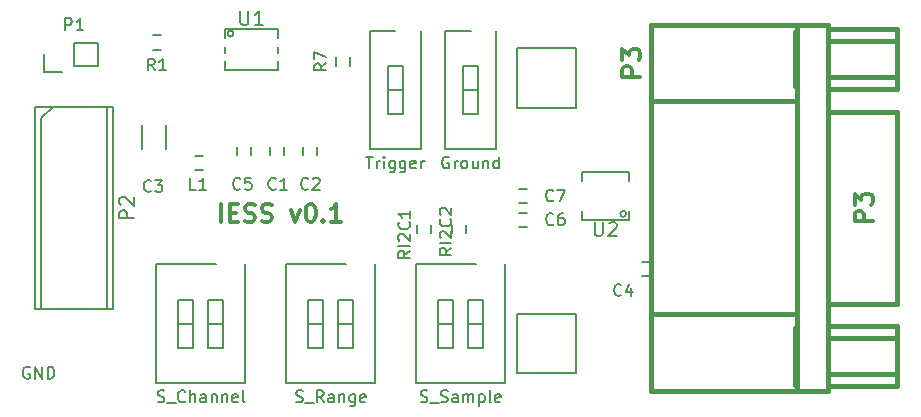
<source format=gbr>
G04 #@! TF.FileFunction,Legend,Top*
%FSLAX46Y46*%
G04 Gerber Fmt 4.6, Leading zero omitted, Abs format (unit mm)*
G04 Created by KiCad (PCBNEW 4.0.4+e1-6308~48~ubuntu14.04.1-stable) date Sun Oct 16 10:35:48 2016*
%MOMM*%
%LPD*%
G01*
G04 APERTURE LIST*
%ADD10C,0.100000*%
%ADD11C,0.300000*%
%ADD12C,0.150000*%
%ADD13C,0.381000*%
%ADD14C,0.304800*%
G04 APERTURE END LIST*
D10*
D11*
X167464287Y-107178571D02*
X167464287Y-105678571D01*
X168178573Y-106392857D02*
X168678573Y-106392857D01*
X168892859Y-107178571D02*
X168178573Y-107178571D01*
X168178573Y-105678571D01*
X168892859Y-105678571D01*
X169464287Y-107107143D02*
X169678573Y-107178571D01*
X170035716Y-107178571D01*
X170178573Y-107107143D01*
X170250002Y-107035714D01*
X170321430Y-106892857D01*
X170321430Y-106750000D01*
X170250002Y-106607143D01*
X170178573Y-106535714D01*
X170035716Y-106464286D01*
X169750002Y-106392857D01*
X169607144Y-106321429D01*
X169535716Y-106250000D01*
X169464287Y-106107143D01*
X169464287Y-105964286D01*
X169535716Y-105821429D01*
X169607144Y-105750000D01*
X169750002Y-105678571D01*
X170107144Y-105678571D01*
X170321430Y-105750000D01*
X170892858Y-107107143D02*
X171107144Y-107178571D01*
X171464287Y-107178571D01*
X171607144Y-107107143D01*
X171678573Y-107035714D01*
X171750001Y-106892857D01*
X171750001Y-106750000D01*
X171678573Y-106607143D01*
X171607144Y-106535714D01*
X171464287Y-106464286D01*
X171178573Y-106392857D01*
X171035715Y-106321429D01*
X170964287Y-106250000D01*
X170892858Y-106107143D01*
X170892858Y-105964286D01*
X170964287Y-105821429D01*
X171035715Y-105750000D01*
X171178573Y-105678571D01*
X171535715Y-105678571D01*
X171750001Y-105750000D01*
X173392858Y-106178571D02*
X173750001Y-107178571D01*
X174107143Y-106178571D01*
X174964286Y-105678571D02*
X175107143Y-105678571D01*
X175250000Y-105750000D01*
X175321429Y-105821429D01*
X175392858Y-105964286D01*
X175464286Y-106250000D01*
X175464286Y-106607143D01*
X175392858Y-106892857D01*
X175321429Y-107035714D01*
X175250000Y-107107143D01*
X175107143Y-107178571D01*
X174964286Y-107178571D01*
X174821429Y-107107143D01*
X174750000Y-107035714D01*
X174678572Y-106892857D01*
X174607143Y-106607143D01*
X174607143Y-106250000D01*
X174678572Y-105964286D01*
X174750000Y-105821429D01*
X174821429Y-105750000D01*
X174964286Y-105678571D01*
X176107143Y-107035714D02*
X176178571Y-107107143D01*
X176107143Y-107178571D01*
X176035714Y-107107143D01*
X176107143Y-107035714D01*
X176107143Y-107178571D01*
X177607143Y-107178571D02*
X176750000Y-107178571D01*
X177178572Y-107178571D02*
X177178572Y-105678571D01*
X177035715Y-105892857D01*
X176892857Y-106035714D01*
X176750000Y-106107143D01*
D12*
X171600000Y-101550000D02*
X171600000Y-100850000D01*
X172800000Y-100850000D02*
X172800000Y-101550000D01*
X174400000Y-101550000D02*
X174400000Y-100850000D01*
X175600000Y-100850000D02*
X175600000Y-101550000D01*
X203750000Y-111800000D02*
X203050000Y-111800000D01*
X203050000Y-110600000D02*
X203750000Y-110600000D01*
X168800000Y-101550000D02*
X168800000Y-100850000D01*
X170000000Y-100850000D02*
X170000000Y-101550000D01*
X193350000Y-107600000D02*
X192650000Y-107600000D01*
X192650000Y-106400000D02*
X193350000Y-106400000D01*
X193350000Y-105600000D02*
X192650000Y-105600000D01*
X192650000Y-104400000D02*
X193350000Y-104400000D01*
X165250000Y-101600000D02*
X165950000Y-101600000D01*
X165950000Y-102800000D02*
X165250000Y-102800000D01*
X155000000Y-94000000D02*
X155000000Y-92000000D01*
X155000000Y-92000000D02*
X157000000Y-92000000D01*
X157000000Y-92000000D02*
X157000000Y-94000000D01*
X157000000Y-94000000D02*
X155000000Y-94000000D01*
X154000000Y-94500000D02*
X152500000Y-94500000D01*
X152500000Y-94500000D02*
X152500000Y-93000000D01*
X152230000Y-98415000D02*
X153230000Y-97415000D01*
X153230000Y-97415000D02*
X157770000Y-97415000D01*
X157770000Y-97415000D02*
X157770000Y-114585000D01*
X157770000Y-114585000D02*
X152230000Y-114585000D01*
X152230000Y-114585000D02*
X152230000Y-98415000D01*
X158270000Y-97415000D02*
X158270000Y-114585000D01*
X158270000Y-114585000D02*
X151730000Y-114585000D01*
X151730000Y-114585000D02*
X151730000Y-97415000D01*
X151730000Y-97415000D02*
X158270000Y-97415000D01*
X162350000Y-92600000D02*
X161650000Y-92600000D01*
X161650000Y-91400000D02*
X162350000Y-91400000D01*
X177200000Y-93950000D02*
X177200000Y-93250000D01*
X178400000Y-93250000D02*
X178400000Y-93950000D01*
X185200000Y-107450000D02*
X185200000Y-108150000D01*
X184000000Y-108150000D02*
X184000000Y-107450000D01*
X188200000Y-107450000D02*
X188200000Y-108150000D01*
X187000000Y-108150000D02*
X187000000Y-107450000D01*
X190750000Y-101030000D02*
X186450000Y-101030000D01*
X188600000Y-90990000D02*
X186450000Y-90990000D01*
X190750000Y-101030000D02*
X190750000Y-90990000D01*
X186450000Y-101030000D02*
X186450000Y-90990000D01*
X189240000Y-96010000D02*
X187960000Y-96010000D01*
X189240000Y-98040000D02*
X189240000Y-93980000D01*
X189240000Y-93980000D02*
X187960000Y-93980000D01*
X187960000Y-93980000D02*
X187960000Y-98040000D01*
X187960000Y-98040000D02*
X189240000Y-98040000D01*
X184350000Y-101030000D02*
X180050000Y-101030000D01*
X182200000Y-90990000D02*
X180050000Y-90990000D01*
X184350000Y-101030000D02*
X184350000Y-90990000D01*
X180050000Y-101030000D02*
X180050000Y-90990000D01*
X182840000Y-96010000D02*
X181560000Y-96010000D01*
X182840000Y-98040000D02*
X182840000Y-93980000D01*
X182840000Y-93980000D02*
X181560000Y-93980000D01*
X181560000Y-93980000D02*
X181560000Y-98040000D01*
X181560000Y-98040000D02*
X182840000Y-98040000D01*
X168500000Y-91250000D02*
G75*
G03X168500000Y-91250000I-250000J0D01*
G01*
X172250000Y-92850000D02*
X172250000Y-92350000D01*
X167750000Y-93600000D02*
X167750000Y-94100000D01*
X167750000Y-94100000D02*
X167750000Y-94350000D01*
X167750000Y-94350000D02*
X172250000Y-94350000D01*
X172250000Y-94350000D02*
X172250000Y-93600000D01*
X167750000Y-92350000D02*
X167750000Y-92850000D01*
X172250000Y-91600000D02*
X172250000Y-90850000D01*
X172250000Y-90850000D02*
X167750000Y-90850000D01*
X167750000Y-90850000D02*
X167750000Y-91600000D01*
X202000000Y-103000000D02*
X198000000Y-103000000D01*
X198000000Y-103000000D02*
X198000000Y-103250000D01*
X202000000Y-103000000D02*
X202000000Y-103250000D01*
X201750000Y-106500000D02*
G75*
G03X201750000Y-106500000I-250000J0D01*
G01*
X202000000Y-106250000D02*
X202000000Y-107000000D01*
X202000000Y-107000000D02*
X198000000Y-107000000D01*
X198000000Y-107000000D02*
X198000000Y-106750000D01*
X198000000Y-103750000D02*
X198000000Y-103250000D01*
X202000000Y-103250000D02*
X202000000Y-103750000D01*
X198000000Y-106750000D02*
X198000000Y-106250000D01*
X192500640Y-115000640D02*
X197499360Y-115000640D01*
X197499360Y-115000640D02*
X197499360Y-119999360D01*
X197499360Y-119999360D02*
X192500640Y-119999360D01*
X192500640Y-119999360D02*
X192500640Y-115000640D01*
X192500640Y-92500640D02*
X197499360Y-92500640D01*
X197499360Y-92500640D02*
X197499360Y-97499360D01*
X197499360Y-97499360D02*
X192500640Y-97499360D01*
X192500640Y-97499360D02*
X192500640Y-92500640D01*
X167640000Y-117840000D02*
X167640000Y-113780000D01*
X167640000Y-115810000D02*
X166360000Y-115810000D01*
X167640000Y-113780000D02*
X166360000Y-113780000D01*
X166360000Y-113780000D02*
X166360000Y-117840000D01*
X166360000Y-117840000D02*
X167640000Y-117840000D01*
X165100000Y-117840000D02*
X165100000Y-113780000D01*
X165100000Y-115810000D02*
X163820000Y-115810000D01*
X165100000Y-113780000D02*
X163820000Y-113780000D01*
X163820000Y-113780000D02*
X163820000Y-117840000D01*
X163820000Y-117840000D02*
X165100000Y-117840000D01*
X169480000Y-110790000D02*
X169480000Y-120830000D01*
X169480000Y-120830000D02*
X161980000Y-120830000D01*
X161980000Y-120830000D02*
X161980000Y-110790000D01*
X161980000Y-110790000D02*
X167000000Y-110790000D01*
X178640000Y-117840000D02*
X178640000Y-113780000D01*
X178640000Y-115810000D02*
X177360000Y-115810000D01*
X178640000Y-113780000D02*
X177360000Y-113780000D01*
X177360000Y-113780000D02*
X177360000Y-117840000D01*
X177360000Y-117840000D02*
X178640000Y-117840000D01*
X176100000Y-117840000D02*
X176100000Y-113780000D01*
X176100000Y-115810000D02*
X174820000Y-115810000D01*
X176100000Y-113780000D02*
X174820000Y-113780000D01*
X174820000Y-113780000D02*
X174820000Y-117840000D01*
X174820000Y-117840000D02*
X176100000Y-117840000D01*
X180480000Y-110790000D02*
X180480000Y-120830000D01*
X180480000Y-120830000D02*
X172980000Y-120830000D01*
X172980000Y-120830000D02*
X172980000Y-110790000D01*
X172980000Y-110790000D02*
X178000000Y-110790000D01*
X189640000Y-117840000D02*
X189640000Y-113780000D01*
X189640000Y-115810000D02*
X188360000Y-115810000D01*
X189640000Y-113780000D02*
X188360000Y-113780000D01*
X188360000Y-113780000D02*
X188360000Y-117840000D01*
X188360000Y-117840000D02*
X189640000Y-117840000D01*
X187100000Y-117840000D02*
X187100000Y-113780000D01*
X187100000Y-115810000D02*
X185820000Y-115810000D01*
X187100000Y-113780000D02*
X185820000Y-113780000D01*
X185820000Y-113780000D02*
X185820000Y-117840000D01*
X185820000Y-117840000D02*
X187100000Y-117840000D01*
X191480000Y-110790000D02*
X191480000Y-120830000D01*
X191480000Y-120830000D02*
X183980000Y-120830000D01*
X183980000Y-120830000D02*
X183980000Y-110790000D01*
X183980000Y-110790000D02*
X189000000Y-110790000D01*
D13*
X216078000Y-95713000D02*
X216078000Y-91141000D01*
X216078000Y-120986000D02*
X216078000Y-116160000D01*
X216205000Y-96983000D02*
X203886000Y-96983000D01*
X216205000Y-115017000D02*
X203886000Y-115017000D01*
X216205000Y-121494000D02*
X216205000Y-90506000D01*
X218872000Y-117049000D02*
X224714000Y-117049000D01*
X218872000Y-120097000D02*
X224714000Y-120097000D01*
X218872000Y-91903000D02*
X224714000Y-91903000D01*
X218872000Y-94951000D02*
X224714000Y-94951000D01*
X218872000Y-95967000D02*
X224714000Y-95967000D01*
X224714000Y-95967000D02*
X224714000Y-90887000D01*
X224714000Y-90887000D02*
X218999000Y-90887000D01*
X218872000Y-121113000D02*
X224714000Y-121113000D01*
X224714000Y-121113000D02*
X224714000Y-116033000D01*
X224714000Y-116033000D02*
X218999000Y-116033000D01*
X218872000Y-114128000D02*
X224714000Y-114128000D01*
X224714000Y-114128000D02*
X224714000Y-97872000D01*
X224714000Y-97872000D02*
X218872000Y-97872000D01*
X218872000Y-121494000D02*
X218872000Y-90506000D01*
X218872000Y-90506000D02*
X203886000Y-90506000D01*
X203886000Y-90506000D02*
X203886000Y-121494000D01*
X203886000Y-121494000D02*
X218872000Y-121494000D01*
D12*
X160775000Y-99000000D02*
X160775000Y-101000000D01*
X162825000Y-101000000D02*
X162825000Y-99000000D01*
X172083334Y-104357143D02*
X172035715Y-104404762D01*
X171892858Y-104452381D01*
X171797620Y-104452381D01*
X171654762Y-104404762D01*
X171559524Y-104309524D01*
X171511905Y-104214286D01*
X171464286Y-104023810D01*
X171464286Y-103880952D01*
X171511905Y-103690476D01*
X171559524Y-103595238D01*
X171654762Y-103500000D01*
X171797620Y-103452381D01*
X171892858Y-103452381D01*
X172035715Y-103500000D01*
X172083334Y-103547619D01*
X173035715Y-104452381D02*
X172464286Y-104452381D01*
X172750000Y-104452381D02*
X172750000Y-103452381D01*
X172654762Y-103595238D01*
X172559524Y-103690476D01*
X172464286Y-103738095D01*
X174833334Y-104357143D02*
X174785715Y-104404762D01*
X174642858Y-104452381D01*
X174547620Y-104452381D01*
X174404762Y-104404762D01*
X174309524Y-104309524D01*
X174261905Y-104214286D01*
X174214286Y-104023810D01*
X174214286Y-103880952D01*
X174261905Y-103690476D01*
X174309524Y-103595238D01*
X174404762Y-103500000D01*
X174547620Y-103452381D01*
X174642858Y-103452381D01*
X174785715Y-103500000D01*
X174833334Y-103547619D01*
X175214286Y-103547619D02*
X175261905Y-103500000D01*
X175357143Y-103452381D01*
X175595239Y-103452381D01*
X175690477Y-103500000D01*
X175738096Y-103547619D01*
X175785715Y-103642857D01*
X175785715Y-103738095D01*
X175738096Y-103880952D01*
X175166667Y-104452381D01*
X175785715Y-104452381D01*
X201333334Y-113357143D02*
X201285715Y-113404762D01*
X201142858Y-113452381D01*
X201047620Y-113452381D01*
X200904762Y-113404762D01*
X200809524Y-113309524D01*
X200761905Y-113214286D01*
X200714286Y-113023810D01*
X200714286Y-112880952D01*
X200761905Y-112690476D01*
X200809524Y-112595238D01*
X200904762Y-112500000D01*
X201047620Y-112452381D01*
X201142858Y-112452381D01*
X201285715Y-112500000D01*
X201333334Y-112547619D01*
X202190477Y-112785714D02*
X202190477Y-113452381D01*
X201952381Y-112404762D02*
X201714286Y-113119048D01*
X202333334Y-113119048D01*
X169083334Y-104357143D02*
X169035715Y-104404762D01*
X168892858Y-104452381D01*
X168797620Y-104452381D01*
X168654762Y-104404762D01*
X168559524Y-104309524D01*
X168511905Y-104214286D01*
X168464286Y-104023810D01*
X168464286Y-103880952D01*
X168511905Y-103690476D01*
X168559524Y-103595238D01*
X168654762Y-103500000D01*
X168797620Y-103452381D01*
X168892858Y-103452381D01*
X169035715Y-103500000D01*
X169083334Y-103547619D01*
X169988096Y-103452381D02*
X169511905Y-103452381D01*
X169464286Y-103928571D01*
X169511905Y-103880952D01*
X169607143Y-103833333D01*
X169845239Y-103833333D01*
X169940477Y-103880952D01*
X169988096Y-103928571D01*
X170035715Y-104023810D01*
X170035715Y-104261905D01*
X169988096Y-104357143D01*
X169940477Y-104404762D01*
X169845239Y-104452381D01*
X169607143Y-104452381D01*
X169511905Y-104404762D01*
X169464286Y-104357143D01*
X195583334Y-107357143D02*
X195535715Y-107404762D01*
X195392858Y-107452381D01*
X195297620Y-107452381D01*
X195154762Y-107404762D01*
X195059524Y-107309524D01*
X195011905Y-107214286D01*
X194964286Y-107023810D01*
X194964286Y-106880952D01*
X195011905Y-106690476D01*
X195059524Y-106595238D01*
X195154762Y-106500000D01*
X195297620Y-106452381D01*
X195392858Y-106452381D01*
X195535715Y-106500000D01*
X195583334Y-106547619D01*
X196440477Y-106452381D02*
X196250000Y-106452381D01*
X196154762Y-106500000D01*
X196107143Y-106547619D01*
X196011905Y-106690476D01*
X195964286Y-106880952D01*
X195964286Y-107261905D01*
X196011905Y-107357143D01*
X196059524Y-107404762D01*
X196154762Y-107452381D01*
X196345239Y-107452381D01*
X196440477Y-107404762D01*
X196488096Y-107357143D01*
X196535715Y-107261905D01*
X196535715Y-107023810D01*
X196488096Y-106928571D01*
X196440477Y-106880952D01*
X196345239Y-106833333D01*
X196154762Y-106833333D01*
X196059524Y-106880952D01*
X196011905Y-106928571D01*
X195964286Y-107023810D01*
X195583334Y-105357143D02*
X195535715Y-105404762D01*
X195392858Y-105452381D01*
X195297620Y-105452381D01*
X195154762Y-105404762D01*
X195059524Y-105309524D01*
X195011905Y-105214286D01*
X194964286Y-105023810D01*
X194964286Y-104880952D01*
X195011905Y-104690476D01*
X195059524Y-104595238D01*
X195154762Y-104500000D01*
X195297620Y-104452381D01*
X195392858Y-104452381D01*
X195535715Y-104500000D01*
X195583334Y-104547619D01*
X195916667Y-104452381D02*
X196583334Y-104452381D01*
X196154762Y-105452381D01*
X165333334Y-104452381D02*
X164857143Y-104452381D01*
X164857143Y-103452381D01*
X166190477Y-104452381D02*
X165619048Y-104452381D01*
X165904762Y-104452381D02*
X165904762Y-103452381D01*
X165809524Y-103595238D01*
X165714286Y-103690476D01*
X165619048Y-103738095D01*
X154261905Y-90952381D02*
X154261905Y-89952381D01*
X154642858Y-89952381D01*
X154738096Y-90000000D01*
X154785715Y-90047619D01*
X154833334Y-90142857D01*
X154833334Y-90285714D01*
X154785715Y-90380952D01*
X154738096Y-90428571D01*
X154642858Y-90476190D01*
X154261905Y-90476190D01*
X155785715Y-90952381D02*
X155214286Y-90952381D01*
X155500000Y-90952381D02*
X155500000Y-89952381D01*
X155404762Y-90095238D01*
X155309524Y-90190476D01*
X155214286Y-90238095D01*
X160042857Y-106885714D02*
X158842857Y-106885714D01*
X158842857Y-106428571D01*
X158900000Y-106314285D01*
X158957143Y-106257142D01*
X159071429Y-106199999D01*
X159242857Y-106199999D01*
X159357143Y-106257142D01*
X159414286Y-106314285D01*
X159471429Y-106428571D01*
X159471429Y-106885714D01*
X158957143Y-105742857D02*
X158900000Y-105685714D01*
X158842857Y-105571428D01*
X158842857Y-105285714D01*
X158900000Y-105171428D01*
X158957143Y-105114285D01*
X159071429Y-105057142D01*
X159185714Y-105057142D01*
X159357143Y-105114285D01*
X160042857Y-105799999D01*
X160042857Y-105057142D01*
X161833334Y-94352381D02*
X161500000Y-93876190D01*
X161261905Y-94352381D02*
X161261905Y-93352381D01*
X161642858Y-93352381D01*
X161738096Y-93400000D01*
X161785715Y-93447619D01*
X161833334Y-93542857D01*
X161833334Y-93685714D01*
X161785715Y-93780952D01*
X161738096Y-93828571D01*
X161642858Y-93876190D01*
X161261905Y-93876190D01*
X162785715Y-94352381D02*
X162214286Y-94352381D01*
X162500000Y-94352381D02*
X162500000Y-93352381D01*
X162404762Y-93495238D01*
X162309524Y-93590476D01*
X162214286Y-93638095D01*
X176352381Y-93766666D02*
X175876190Y-94100000D01*
X176352381Y-94338095D02*
X175352381Y-94338095D01*
X175352381Y-93957142D01*
X175400000Y-93861904D01*
X175447619Y-93814285D01*
X175542857Y-93766666D01*
X175685714Y-93766666D01*
X175780952Y-93814285D01*
X175828571Y-93861904D01*
X175876190Y-93957142D01*
X175876190Y-94338095D01*
X175352381Y-93433333D02*
X175352381Y-92766666D01*
X176352381Y-93195238D01*
X183452381Y-109630952D02*
X182976190Y-109964286D01*
X183452381Y-110202381D02*
X182452381Y-110202381D01*
X182452381Y-109821428D01*
X182500000Y-109726190D01*
X182547619Y-109678571D01*
X182642857Y-109630952D01*
X182785714Y-109630952D01*
X182880952Y-109678571D01*
X182928571Y-109726190D01*
X182976190Y-109821428D01*
X182976190Y-110202381D01*
X183452381Y-109202381D02*
X182452381Y-109202381D01*
X182547619Y-108773810D02*
X182500000Y-108726191D01*
X182452381Y-108630953D01*
X182452381Y-108392857D01*
X182500000Y-108297619D01*
X182547619Y-108250000D01*
X182642857Y-108202381D01*
X182738095Y-108202381D01*
X182880952Y-108250000D01*
X183452381Y-108821429D01*
X183452381Y-108202381D01*
X183357143Y-107202381D02*
X183404762Y-107250000D01*
X183452381Y-107392857D01*
X183452381Y-107488095D01*
X183404762Y-107630953D01*
X183309524Y-107726191D01*
X183214286Y-107773810D01*
X183023810Y-107821429D01*
X182880952Y-107821429D01*
X182690476Y-107773810D01*
X182595238Y-107726191D01*
X182500000Y-107630953D01*
X182452381Y-107488095D01*
X182452381Y-107392857D01*
X182500000Y-107250000D01*
X182547619Y-107202381D01*
X183452381Y-106250000D02*
X183452381Y-106821429D01*
X183452381Y-106535715D02*
X182452381Y-106535715D01*
X182595238Y-106630953D01*
X182690476Y-106726191D01*
X182738095Y-106821429D01*
X186952381Y-109380952D02*
X186476190Y-109714286D01*
X186952381Y-109952381D02*
X185952381Y-109952381D01*
X185952381Y-109571428D01*
X186000000Y-109476190D01*
X186047619Y-109428571D01*
X186142857Y-109380952D01*
X186285714Y-109380952D01*
X186380952Y-109428571D01*
X186428571Y-109476190D01*
X186476190Y-109571428D01*
X186476190Y-109952381D01*
X186952381Y-108952381D02*
X185952381Y-108952381D01*
X186047619Y-108523810D02*
X186000000Y-108476191D01*
X185952381Y-108380953D01*
X185952381Y-108142857D01*
X186000000Y-108047619D01*
X186047619Y-108000000D01*
X186142857Y-107952381D01*
X186238095Y-107952381D01*
X186380952Y-108000000D01*
X186952381Y-108571429D01*
X186952381Y-107952381D01*
X186857143Y-106952381D02*
X186904762Y-107000000D01*
X186952381Y-107142857D01*
X186952381Y-107238095D01*
X186904762Y-107380953D01*
X186809524Y-107476191D01*
X186714286Y-107523810D01*
X186523810Y-107571429D01*
X186380952Y-107571429D01*
X186190476Y-107523810D01*
X186095238Y-107476191D01*
X186000000Y-107380953D01*
X185952381Y-107238095D01*
X185952381Y-107142857D01*
X186000000Y-107000000D01*
X186047619Y-106952381D01*
X186047619Y-106571429D02*
X186000000Y-106523810D01*
X185952381Y-106428572D01*
X185952381Y-106190476D01*
X186000000Y-106095238D01*
X186047619Y-106047619D01*
X186142857Y-106000000D01*
X186238095Y-106000000D01*
X186380952Y-106047619D01*
X186952381Y-106619048D01*
X186952381Y-106000000D01*
X186742857Y-101700000D02*
X186647619Y-101652381D01*
X186504762Y-101652381D01*
X186361904Y-101700000D01*
X186266666Y-101795238D01*
X186219047Y-101890476D01*
X186171428Y-102080952D01*
X186171428Y-102223810D01*
X186219047Y-102414286D01*
X186266666Y-102509524D01*
X186361904Y-102604762D01*
X186504762Y-102652381D01*
X186600000Y-102652381D01*
X186742857Y-102604762D01*
X186790476Y-102557143D01*
X186790476Y-102223810D01*
X186600000Y-102223810D01*
X187219047Y-102652381D02*
X187219047Y-101985714D01*
X187219047Y-102176190D02*
X187266666Y-102080952D01*
X187314285Y-102033333D01*
X187409523Y-101985714D01*
X187504762Y-101985714D01*
X187980952Y-102652381D02*
X187885714Y-102604762D01*
X187838095Y-102557143D01*
X187790476Y-102461905D01*
X187790476Y-102176190D01*
X187838095Y-102080952D01*
X187885714Y-102033333D01*
X187980952Y-101985714D01*
X188123810Y-101985714D01*
X188219048Y-102033333D01*
X188266667Y-102080952D01*
X188314286Y-102176190D01*
X188314286Y-102461905D01*
X188266667Y-102557143D01*
X188219048Y-102604762D01*
X188123810Y-102652381D01*
X187980952Y-102652381D01*
X189171429Y-101985714D02*
X189171429Y-102652381D01*
X188742857Y-101985714D02*
X188742857Y-102509524D01*
X188790476Y-102604762D01*
X188885714Y-102652381D01*
X189028572Y-102652381D01*
X189123810Y-102604762D01*
X189171429Y-102557143D01*
X189647619Y-101985714D02*
X189647619Y-102652381D01*
X189647619Y-102080952D02*
X189695238Y-102033333D01*
X189790476Y-101985714D01*
X189933334Y-101985714D01*
X190028572Y-102033333D01*
X190076191Y-102128571D01*
X190076191Y-102652381D01*
X190980953Y-102652381D02*
X190980953Y-101652381D01*
X190980953Y-102604762D02*
X190885715Y-102652381D01*
X190695238Y-102652381D01*
X190600000Y-102604762D01*
X190552381Y-102557143D01*
X190504762Y-102461905D01*
X190504762Y-102176190D01*
X190552381Y-102080952D01*
X190600000Y-102033333D01*
X190695238Y-101985714D01*
X190885715Y-101985714D01*
X190980953Y-102033333D01*
X179723809Y-101652381D02*
X180295238Y-101652381D01*
X180009523Y-102652381D02*
X180009523Y-101652381D01*
X180628571Y-102652381D02*
X180628571Y-101985714D01*
X180628571Y-102176190D02*
X180676190Y-102080952D01*
X180723809Y-102033333D01*
X180819047Y-101985714D01*
X180914286Y-101985714D01*
X181247619Y-102652381D02*
X181247619Y-101985714D01*
X181247619Y-101652381D02*
X181200000Y-101700000D01*
X181247619Y-101747619D01*
X181295238Y-101700000D01*
X181247619Y-101652381D01*
X181247619Y-101747619D01*
X182152381Y-101985714D02*
X182152381Y-102795238D01*
X182104762Y-102890476D01*
X182057143Y-102938095D01*
X181961904Y-102985714D01*
X181819047Y-102985714D01*
X181723809Y-102938095D01*
X182152381Y-102604762D02*
X182057143Y-102652381D01*
X181866666Y-102652381D01*
X181771428Y-102604762D01*
X181723809Y-102557143D01*
X181676190Y-102461905D01*
X181676190Y-102176190D01*
X181723809Y-102080952D01*
X181771428Y-102033333D01*
X181866666Y-101985714D01*
X182057143Y-101985714D01*
X182152381Y-102033333D01*
X183057143Y-101985714D02*
X183057143Y-102795238D01*
X183009524Y-102890476D01*
X182961905Y-102938095D01*
X182866666Y-102985714D01*
X182723809Y-102985714D01*
X182628571Y-102938095D01*
X183057143Y-102604762D02*
X182961905Y-102652381D01*
X182771428Y-102652381D01*
X182676190Y-102604762D01*
X182628571Y-102557143D01*
X182580952Y-102461905D01*
X182580952Y-102176190D01*
X182628571Y-102080952D01*
X182676190Y-102033333D01*
X182771428Y-101985714D01*
X182961905Y-101985714D01*
X183057143Y-102033333D01*
X183914286Y-102604762D02*
X183819048Y-102652381D01*
X183628571Y-102652381D01*
X183533333Y-102604762D01*
X183485714Y-102509524D01*
X183485714Y-102128571D01*
X183533333Y-102033333D01*
X183628571Y-101985714D01*
X183819048Y-101985714D01*
X183914286Y-102033333D01*
X183961905Y-102128571D01*
X183961905Y-102223810D01*
X183485714Y-102319048D01*
X184390476Y-102652381D02*
X184390476Y-101985714D01*
X184390476Y-102176190D02*
X184438095Y-102080952D01*
X184485714Y-102033333D01*
X184580952Y-101985714D01*
X184676191Y-101985714D01*
X169085714Y-89307857D02*
X169085714Y-90279286D01*
X169142857Y-90393571D01*
X169200000Y-90450714D01*
X169314286Y-90507857D01*
X169542857Y-90507857D01*
X169657143Y-90450714D01*
X169714286Y-90393571D01*
X169771429Y-90279286D01*
X169771429Y-89307857D01*
X170971429Y-90507857D02*
X170285714Y-90507857D01*
X170628572Y-90507857D02*
X170628572Y-89307857D01*
X170514286Y-89479286D01*
X170400000Y-89593571D01*
X170285714Y-89650714D01*
X199085714Y-107177857D02*
X199085714Y-108149286D01*
X199142857Y-108263571D01*
X199200000Y-108320714D01*
X199314286Y-108377857D01*
X199542857Y-108377857D01*
X199657143Y-108320714D01*
X199714286Y-108263571D01*
X199771429Y-108149286D01*
X199771429Y-107177857D01*
X200285714Y-107292143D02*
X200342857Y-107235000D01*
X200457143Y-107177857D01*
X200742857Y-107177857D01*
X200857143Y-107235000D01*
X200914286Y-107292143D01*
X200971429Y-107406429D01*
X200971429Y-107520714D01*
X200914286Y-107692143D01*
X200228572Y-108377857D01*
X200971429Y-108377857D01*
X162083333Y-122404762D02*
X162226190Y-122452381D01*
X162464286Y-122452381D01*
X162559524Y-122404762D01*
X162607143Y-122357143D01*
X162654762Y-122261905D01*
X162654762Y-122166667D01*
X162607143Y-122071429D01*
X162559524Y-122023810D01*
X162464286Y-121976190D01*
X162273809Y-121928571D01*
X162178571Y-121880952D01*
X162130952Y-121833333D01*
X162083333Y-121738095D01*
X162083333Y-121642857D01*
X162130952Y-121547619D01*
X162178571Y-121500000D01*
X162273809Y-121452381D01*
X162511905Y-121452381D01*
X162654762Y-121500000D01*
X162845238Y-122547619D02*
X163607143Y-122547619D01*
X164416667Y-122357143D02*
X164369048Y-122404762D01*
X164226191Y-122452381D01*
X164130953Y-122452381D01*
X163988095Y-122404762D01*
X163892857Y-122309524D01*
X163845238Y-122214286D01*
X163797619Y-122023810D01*
X163797619Y-121880952D01*
X163845238Y-121690476D01*
X163892857Y-121595238D01*
X163988095Y-121500000D01*
X164130953Y-121452381D01*
X164226191Y-121452381D01*
X164369048Y-121500000D01*
X164416667Y-121547619D01*
X164845238Y-122452381D02*
X164845238Y-121452381D01*
X165273810Y-122452381D02*
X165273810Y-121928571D01*
X165226191Y-121833333D01*
X165130953Y-121785714D01*
X164988095Y-121785714D01*
X164892857Y-121833333D01*
X164845238Y-121880952D01*
X166178572Y-122452381D02*
X166178572Y-121928571D01*
X166130953Y-121833333D01*
X166035715Y-121785714D01*
X165845238Y-121785714D01*
X165750000Y-121833333D01*
X166178572Y-122404762D02*
X166083334Y-122452381D01*
X165845238Y-122452381D01*
X165750000Y-122404762D01*
X165702381Y-122309524D01*
X165702381Y-122214286D01*
X165750000Y-122119048D01*
X165845238Y-122071429D01*
X166083334Y-122071429D01*
X166178572Y-122023810D01*
X166654762Y-121785714D02*
X166654762Y-122452381D01*
X166654762Y-121880952D02*
X166702381Y-121833333D01*
X166797619Y-121785714D01*
X166940477Y-121785714D01*
X167035715Y-121833333D01*
X167083334Y-121928571D01*
X167083334Y-122452381D01*
X167559524Y-121785714D02*
X167559524Y-122452381D01*
X167559524Y-121880952D02*
X167607143Y-121833333D01*
X167702381Y-121785714D01*
X167845239Y-121785714D01*
X167940477Y-121833333D01*
X167988096Y-121928571D01*
X167988096Y-122452381D01*
X168845239Y-122404762D02*
X168750001Y-122452381D01*
X168559524Y-122452381D01*
X168464286Y-122404762D01*
X168416667Y-122309524D01*
X168416667Y-121928571D01*
X168464286Y-121833333D01*
X168559524Y-121785714D01*
X168750001Y-121785714D01*
X168845239Y-121833333D01*
X168892858Y-121928571D01*
X168892858Y-122023810D01*
X168416667Y-122119048D01*
X169464286Y-122452381D02*
X169369048Y-122404762D01*
X169321429Y-122309524D01*
X169321429Y-121452381D01*
X173797619Y-122404762D02*
X173940476Y-122452381D01*
X174178572Y-122452381D01*
X174273810Y-122404762D01*
X174321429Y-122357143D01*
X174369048Y-122261905D01*
X174369048Y-122166667D01*
X174321429Y-122071429D01*
X174273810Y-122023810D01*
X174178572Y-121976190D01*
X173988095Y-121928571D01*
X173892857Y-121880952D01*
X173845238Y-121833333D01*
X173797619Y-121738095D01*
X173797619Y-121642857D01*
X173845238Y-121547619D01*
X173892857Y-121500000D01*
X173988095Y-121452381D01*
X174226191Y-121452381D01*
X174369048Y-121500000D01*
X174559524Y-122547619D02*
X175321429Y-122547619D01*
X176130953Y-122452381D02*
X175797619Y-121976190D01*
X175559524Y-122452381D02*
X175559524Y-121452381D01*
X175940477Y-121452381D01*
X176035715Y-121500000D01*
X176083334Y-121547619D01*
X176130953Y-121642857D01*
X176130953Y-121785714D01*
X176083334Y-121880952D01*
X176035715Y-121928571D01*
X175940477Y-121976190D01*
X175559524Y-121976190D01*
X176988096Y-122452381D02*
X176988096Y-121928571D01*
X176940477Y-121833333D01*
X176845239Y-121785714D01*
X176654762Y-121785714D01*
X176559524Y-121833333D01*
X176988096Y-122404762D02*
X176892858Y-122452381D01*
X176654762Y-122452381D01*
X176559524Y-122404762D01*
X176511905Y-122309524D01*
X176511905Y-122214286D01*
X176559524Y-122119048D01*
X176654762Y-122071429D01*
X176892858Y-122071429D01*
X176988096Y-122023810D01*
X177464286Y-121785714D02*
X177464286Y-122452381D01*
X177464286Y-121880952D02*
X177511905Y-121833333D01*
X177607143Y-121785714D01*
X177750001Y-121785714D01*
X177845239Y-121833333D01*
X177892858Y-121928571D01*
X177892858Y-122452381D01*
X178797620Y-121785714D02*
X178797620Y-122595238D01*
X178750001Y-122690476D01*
X178702382Y-122738095D01*
X178607143Y-122785714D01*
X178464286Y-122785714D01*
X178369048Y-122738095D01*
X178797620Y-122404762D02*
X178702382Y-122452381D01*
X178511905Y-122452381D01*
X178416667Y-122404762D01*
X178369048Y-122357143D01*
X178321429Y-122261905D01*
X178321429Y-121976190D01*
X178369048Y-121880952D01*
X178416667Y-121833333D01*
X178511905Y-121785714D01*
X178702382Y-121785714D01*
X178797620Y-121833333D01*
X179654763Y-122404762D02*
X179559525Y-122452381D01*
X179369048Y-122452381D01*
X179273810Y-122404762D01*
X179226191Y-122309524D01*
X179226191Y-121928571D01*
X179273810Y-121833333D01*
X179369048Y-121785714D01*
X179559525Y-121785714D01*
X179654763Y-121833333D01*
X179702382Y-121928571D01*
X179702382Y-122023810D01*
X179226191Y-122119048D01*
X184345238Y-122404762D02*
X184488095Y-122452381D01*
X184726191Y-122452381D01*
X184821429Y-122404762D01*
X184869048Y-122357143D01*
X184916667Y-122261905D01*
X184916667Y-122166667D01*
X184869048Y-122071429D01*
X184821429Y-122023810D01*
X184726191Y-121976190D01*
X184535714Y-121928571D01*
X184440476Y-121880952D01*
X184392857Y-121833333D01*
X184345238Y-121738095D01*
X184345238Y-121642857D01*
X184392857Y-121547619D01*
X184440476Y-121500000D01*
X184535714Y-121452381D01*
X184773810Y-121452381D01*
X184916667Y-121500000D01*
X185107143Y-122547619D02*
X185869048Y-122547619D01*
X186059524Y-122404762D02*
X186202381Y-122452381D01*
X186440477Y-122452381D01*
X186535715Y-122404762D01*
X186583334Y-122357143D01*
X186630953Y-122261905D01*
X186630953Y-122166667D01*
X186583334Y-122071429D01*
X186535715Y-122023810D01*
X186440477Y-121976190D01*
X186250000Y-121928571D01*
X186154762Y-121880952D01*
X186107143Y-121833333D01*
X186059524Y-121738095D01*
X186059524Y-121642857D01*
X186107143Y-121547619D01*
X186154762Y-121500000D01*
X186250000Y-121452381D01*
X186488096Y-121452381D01*
X186630953Y-121500000D01*
X187488096Y-122452381D02*
X187488096Y-121928571D01*
X187440477Y-121833333D01*
X187345239Y-121785714D01*
X187154762Y-121785714D01*
X187059524Y-121833333D01*
X187488096Y-122404762D02*
X187392858Y-122452381D01*
X187154762Y-122452381D01*
X187059524Y-122404762D01*
X187011905Y-122309524D01*
X187011905Y-122214286D01*
X187059524Y-122119048D01*
X187154762Y-122071429D01*
X187392858Y-122071429D01*
X187488096Y-122023810D01*
X187964286Y-122452381D02*
X187964286Y-121785714D01*
X187964286Y-121880952D02*
X188011905Y-121833333D01*
X188107143Y-121785714D01*
X188250001Y-121785714D01*
X188345239Y-121833333D01*
X188392858Y-121928571D01*
X188392858Y-122452381D01*
X188392858Y-121928571D02*
X188440477Y-121833333D01*
X188535715Y-121785714D01*
X188678572Y-121785714D01*
X188773810Y-121833333D01*
X188821429Y-121928571D01*
X188821429Y-122452381D01*
X189297619Y-121785714D02*
X189297619Y-122785714D01*
X189297619Y-121833333D02*
X189392857Y-121785714D01*
X189583334Y-121785714D01*
X189678572Y-121833333D01*
X189726191Y-121880952D01*
X189773810Y-121976190D01*
X189773810Y-122261905D01*
X189726191Y-122357143D01*
X189678572Y-122404762D01*
X189583334Y-122452381D01*
X189392857Y-122452381D01*
X189297619Y-122404762D01*
X190345238Y-122452381D02*
X190250000Y-122404762D01*
X190202381Y-122309524D01*
X190202381Y-121452381D01*
X191107144Y-122404762D02*
X191011906Y-122452381D01*
X190821429Y-122452381D01*
X190726191Y-122404762D01*
X190678572Y-122309524D01*
X190678572Y-121928571D01*
X190726191Y-121833333D01*
X190821429Y-121785714D01*
X191011906Y-121785714D01*
X191107144Y-121833333D01*
X191154763Y-121928571D01*
X191154763Y-122023810D01*
X190678572Y-122119048D01*
D14*
X222609429Y-107124857D02*
X221085429Y-107124857D01*
X221085429Y-106544285D01*
X221158000Y-106399143D01*
X221230571Y-106326571D01*
X221375714Y-106254000D01*
X221593429Y-106254000D01*
X221738571Y-106326571D01*
X221811143Y-106399143D01*
X221883714Y-106544285D01*
X221883714Y-107124857D01*
X221085429Y-105746000D02*
X221085429Y-104802571D01*
X221666000Y-105310571D01*
X221666000Y-105092857D01*
X221738571Y-104947714D01*
X221811143Y-104875143D01*
X221956286Y-104802571D01*
X222319143Y-104802571D01*
X222464286Y-104875143D01*
X222536857Y-104947714D01*
X222609429Y-105092857D01*
X222609429Y-105528285D01*
X222536857Y-105673428D01*
X222464286Y-105746000D01*
X202939429Y-94874857D02*
X201415429Y-94874857D01*
X201415429Y-94294285D01*
X201488000Y-94149143D01*
X201560571Y-94076571D01*
X201705714Y-94004000D01*
X201923429Y-94004000D01*
X202068571Y-94076571D01*
X202141143Y-94149143D01*
X202213714Y-94294285D01*
X202213714Y-94874857D01*
X201415429Y-93496000D02*
X201415429Y-92552571D01*
X201996000Y-93060571D01*
X201996000Y-92842857D01*
X202068571Y-92697714D01*
X202141143Y-92625143D01*
X202286286Y-92552571D01*
X202649143Y-92552571D01*
X202794286Y-92625143D01*
X202866857Y-92697714D01*
X202939429Y-92842857D01*
X202939429Y-93278285D01*
X202866857Y-93423428D01*
X202794286Y-93496000D01*
D12*
X161533334Y-104557143D02*
X161485715Y-104604762D01*
X161342858Y-104652381D01*
X161247620Y-104652381D01*
X161104762Y-104604762D01*
X161009524Y-104509524D01*
X160961905Y-104414286D01*
X160914286Y-104223810D01*
X160914286Y-104080952D01*
X160961905Y-103890476D01*
X161009524Y-103795238D01*
X161104762Y-103700000D01*
X161247620Y-103652381D01*
X161342858Y-103652381D01*
X161485715Y-103700000D01*
X161533334Y-103747619D01*
X161866667Y-103652381D02*
X162485715Y-103652381D01*
X162152381Y-104033333D01*
X162295239Y-104033333D01*
X162390477Y-104080952D01*
X162438096Y-104128571D01*
X162485715Y-104223810D01*
X162485715Y-104461905D01*
X162438096Y-104557143D01*
X162390477Y-104604762D01*
X162295239Y-104652381D01*
X162009524Y-104652381D01*
X161914286Y-104604762D01*
X161866667Y-104557143D01*
X151238096Y-119500000D02*
X151142858Y-119452381D01*
X151000001Y-119452381D01*
X150857143Y-119500000D01*
X150761905Y-119595238D01*
X150714286Y-119690476D01*
X150666667Y-119880952D01*
X150666667Y-120023810D01*
X150714286Y-120214286D01*
X150761905Y-120309524D01*
X150857143Y-120404762D01*
X151000001Y-120452381D01*
X151095239Y-120452381D01*
X151238096Y-120404762D01*
X151285715Y-120357143D01*
X151285715Y-120023810D01*
X151095239Y-120023810D01*
X151714286Y-120452381D02*
X151714286Y-119452381D01*
X152285715Y-120452381D01*
X152285715Y-119452381D01*
X152761905Y-120452381D02*
X152761905Y-119452381D01*
X153000000Y-119452381D01*
X153142858Y-119500000D01*
X153238096Y-119595238D01*
X153285715Y-119690476D01*
X153333334Y-119880952D01*
X153333334Y-120023810D01*
X153285715Y-120214286D01*
X153238096Y-120309524D01*
X153142858Y-120404762D01*
X153000000Y-120452381D01*
X152761905Y-120452381D01*
M02*

</source>
